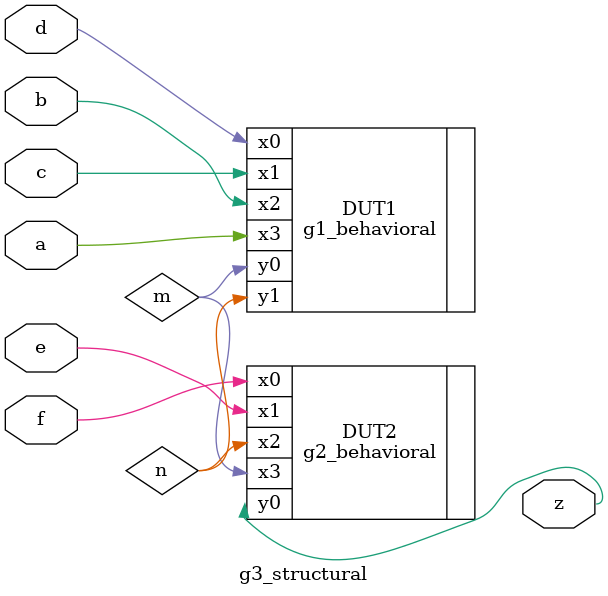
<source format=v>
`timescale 1ns / 1ps
module g3_structural(input a,b,c,d,e,f, output z);

	wire m, n; //m is y1, n is y2

	g1_behavioral DUT1(.x3(a), .x2(b), .x1(c), .x0(d), .y0(m), .y1(n));
	g2_behavioral DUT2(.x3(m), .x2(n), .x1(e), .x0(f), .y0(z));

endmodule

</source>
